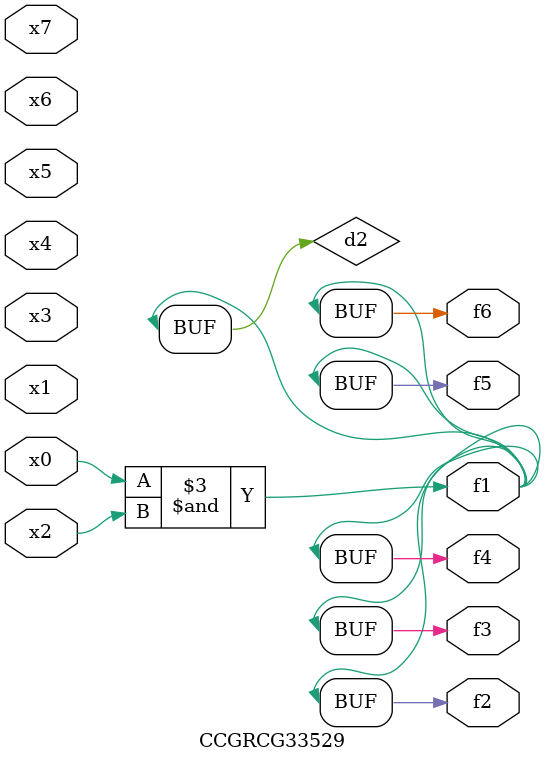
<source format=v>
module CCGRCG33529(
	input x0, x1, x2, x3, x4, x5, x6, x7,
	output f1, f2, f3, f4, f5, f6
);

	wire d1, d2;

	nor (d1, x3, x6);
	and (d2, x0, x2);
	assign f1 = d2;
	assign f2 = d2;
	assign f3 = d2;
	assign f4 = d2;
	assign f5 = d2;
	assign f6 = d2;
endmodule

</source>
